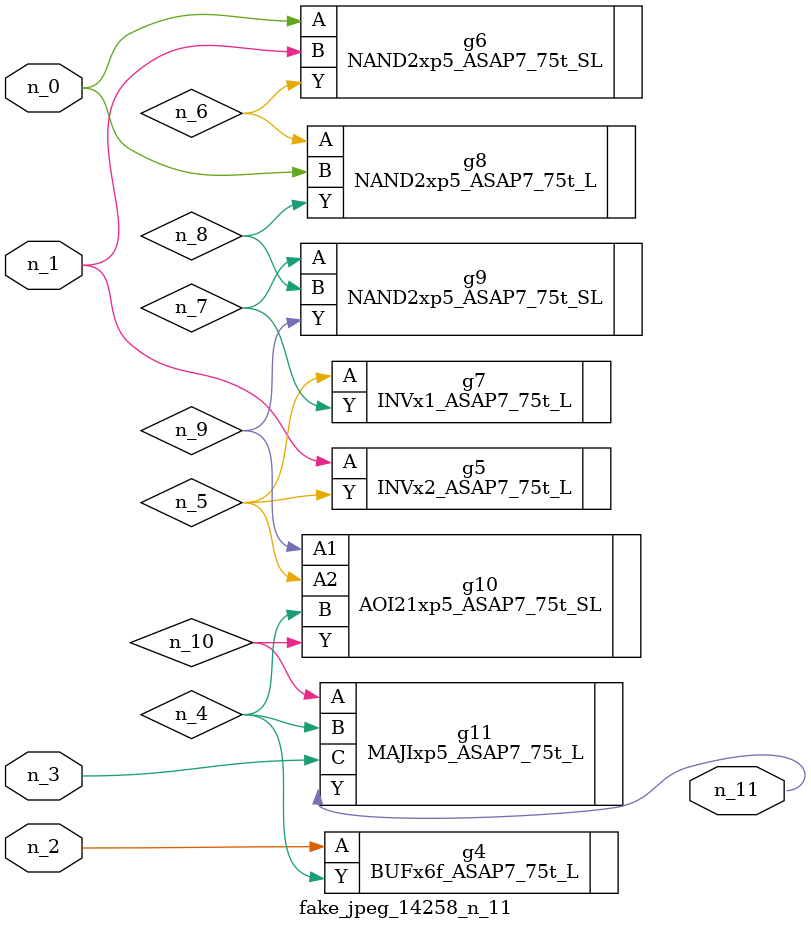
<source format=v>
module fake_jpeg_14258_n_11 (n_0, n_3, n_2, n_1, n_11);

input n_0;
input n_3;
input n_2;
input n_1;

output n_11;

wire n_10;
wire n_4;
wire n_8;
wire n_9;
wire n_6;
wire n_5;
wire n_7;

BUFx6f_ASAP7_75t_L g4 ( 
.A(n_2),
.Y(n_4)
);

INVx2_ASAP7_75t_L g5 ( 
.A(n_1),
.Y(n_5)
);

NAND2xp5_ASAP7_75t_SL g6 ( 
.A(n_0),
.B(n_1),
.Y(n_6)
);

INVx1_ASAP7_75t_L g7 ( 
.A(n_5),
.Y(n_7)
);

NAND2xp5_ASAP7_75t_SL g9 ( 
.A(n_7),
.B(n_8),
.Y(n_9)
);

NAND2xp5_ASAP7_75t_L g8 ( 
.A(n_6),
.B(n_0),
.Y(n_8)
);

AOI21xp5_ASAP7_75t_SL g10 ( 
.A1(n_9),
.A2(n_5),
.B(n_4),
.Y(n_10)
);

MAJIxp5_ASAP7_75t_L g11 ( 
.A(n_10),
.B(n_4),
.C(n_3),
.Y(n_11)
);


endmodule
</source>
